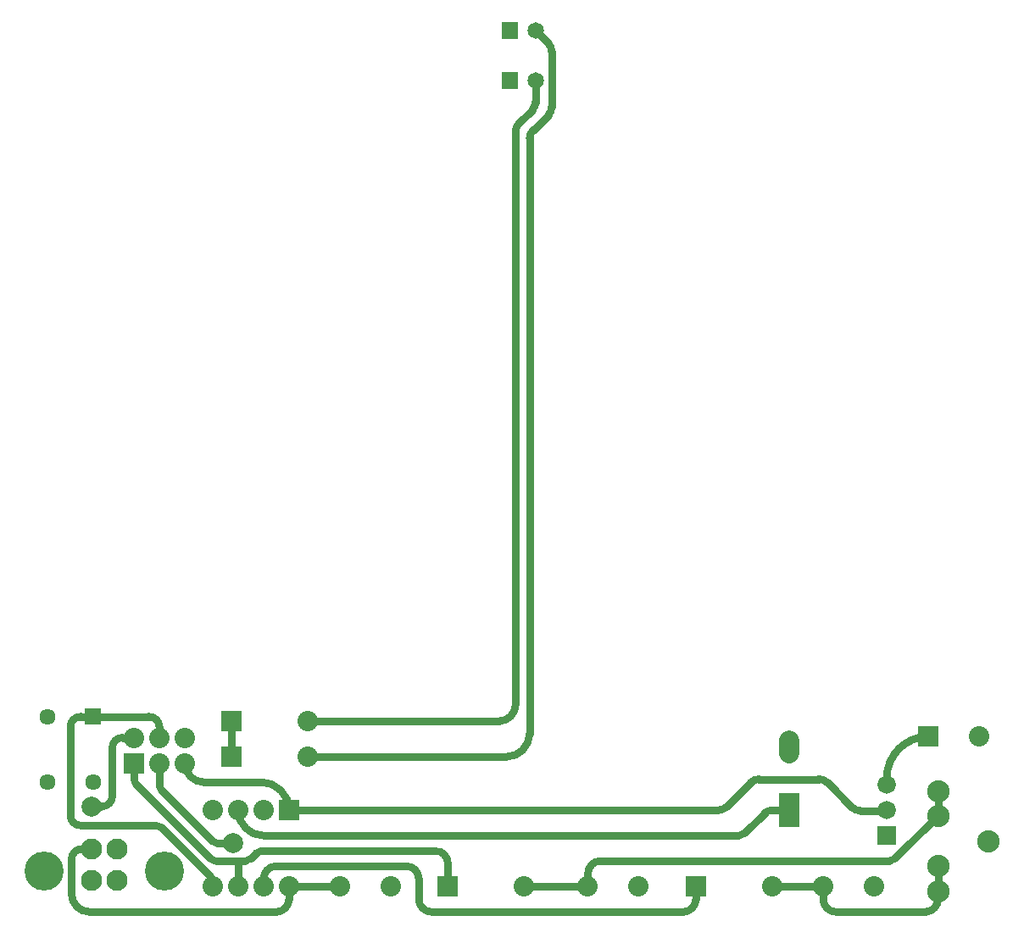
<source format=gbl>
G04 start of page 2 for group 10 layer_idx 1 *
G04 Title: (unknown), bottom_copper *
G04 Creator: pcb-rnd 3.1.4-dev *
G04 CreationDate: 2024-02-11 05:41:19 UTC *
G04 For: STEM4ukraine *
G04 Format: Gerber/RS-274X *
G04 PCB-Dimensions: 393701 393701 *
G04 PCB-Coordinate-Origin: lower left *
%MOIN*%
%FSLAX25Y25*%
%LNBOTTOM_COPPER_NONE_10*%
%ADD51C,0.0906*%
%ADD50C,0.0350*%
%ADD49C,0.0430*%
%ADD48C,0.0472*%
%ADD47C,0.0420*%
%ADD46C,0.0591*%
%ADD45C,0.0338*%
%ADD44C,0.0362*%
%ADD43C,0.0394*%
%ADD42C,0.0315*%
%ADD41C,0.1535*%
%ADD40C,0.0650*%
%ADD39C,0.0720*%
%ADD38C,0.0882*%
%ADD37C,0.0636*%
%ADD36C,0.0001*%
%ADD35C,0.0827*%
%ADD34C,0.0800*%
%ADD33C,0.0787*%
%ADD32C,0.0300*%
G54D32*X80522Y64745D02*X80489Y64712D01*
X201850Y330709D02*Y322218D01*
Y350394D02*X206950Y345294D01*
X200924Y311161D02*X206950Y317186D01*
X208268Y342112D02*Y320368D01*
X200532Y319036D02*X195413Y313916D01*
X194094Y85314D02*Y310734D01*
X167500Y16201D02*Y13701D01*
X112500Y78701D02*X187549D01*
X112500Y64701D02*X190409D01*
X167500Y22701D02*Y13701D01*
X197500D02*X222500D01*
X105000D02*X125000D01*
X222500Y18701D02*Y13701D01*
X156000Y16701D02*Y8701D01*
X260000Y3701D02*X161000D01*
X199606Y307979D02*Y73698D01*
X105000Y43701D02*X273813Y43701D01*
X295000Y13701D02*X315000D01*
X227500Y23701D02*X341000D01*
X283946Y34579D02*X292188Y42822D01*
X294291Y43701D02*X301575D01*
X329534Y43504D02*X340000D01*
X360236Y21653D02*Y11811D01*
Y51181D02*Y41338D01*
X343121Y24579D02*X360236Y41701D01*
X340000Y53701D02*Y56701D01*
X316586Y54587D02*X326352Y44822D01*
X313404Y55906D02*X289746D01*
X276995Y45019D02*X286564Y54587D01*
X320000Y3701D02*X355200D01*
X315000Y13701D02*Y8701D01*
X360236Y11801D02*X360300Y8701D01*
X265000D02*Y13701D01*
X94243Y27701D02*X162500D01*
X100000Y21701D02*X151000D01*
X95000Y33701D02*X281824Y33701D01*
X54000Y62201D02*Y53443D01*
X44000Y62201D02*Y55943D01*
X54000Y53443D02*Y54701D01*
X74121Y24579D02*X44879Y53822D01*
X80500Y64701D02*X84400D01*
X83000Y30701D02*X76743D01*
X82478Y78657D02*Y64657D01*
X71476Y54724D02*X95000D01*
X85000Y13701D02*Y23701D01*
X76243D02*X87757Y23701D01*
X89879Y24579D02*X92121Y26822D01*
X54000Y72201D02*Y76458D01*
X23011Y80496D02*X49962D01*
X39538Y72239D02*X43908D01*
X44000Y72201D02*X43554D01*
X19000Y41701D02*Y76441D01*
X35500Y68201D02*Y49201D01*
X31000Y45201D02*X27500D01*
X23000Y37701D02*X52757D01*
X23530Y28461D02*X27141D01*
X27419Y28542D02*X27500Y28461D01*
X19500Y24404D02*Y10701D01*
X74621Y31579D02*X54879Y51322D01*
X75000Y13701D02*Y15458D01*
X26500Y3701D02*X100000D01*
X105000Y8701D02*Y13701D01*
X95000D02*Y16701D01*
X74121Y17579D02*X54879Y36822D01*
X54000Y53443D02*G75*G03X54879Y51322I3000J0D01*G01*
X44000Y55943D02*G75*G03X44879Y53822I3000J0D01*G01*
X76243Y23701D02*G75*G02X74121Y24579I0J3000D01*G01*
X54879Y36822D02*G75*G03X52757Y37701I-2121J-2121D01*G01*
X64000Y62201D02*G75*G03X71476Y54724I7476J0D01*G01*
X85000Y43701D02*G75*G03X95000Y33701I10000J0D01*G01*
X76743Y30701D02*G75*G02X74621Y31579I0J3000D01*G01*
X75000Y15458D02*G75*G03X74121Y17579I-3000J0D01*G01*
X87757Y23701D02*G75*G03X89879Y24579I0J3000D01*G01*
X100000Y3701D02*G75*G03X105000Y8701I0J5000D01*G01*
X92121Y26822D02*G75*G02X94243Y27701I2121J-2121D01*G01*
X100000Y21701D02*G75*G03X95000Y16701I0J-5000D01*G01*
X105000Y43701D02*G75*G03X93976Y54724I-11024J0D01*G01*
X19000Y41701D02*G75*G03X23038Y37663I4038J0D01*G01*
X27141Y28461D02*G75*G03X27378Y28559I0J336D01*G01*
X26500Y3701D02*G75*G02X19500Y10701I0J7000D01*G01*
X23530Y28461D02*G75*G03X19492Y24423I0J-4038D01*G01*
X27378Y28559D02*G75*G02X27419Y28542I0J-57D01*G01*
X31462Y45163D02*G75*G03X35500Y49201I0J4038D01*G01*
X260000Y3701D02*G75*G03X265000Y8701I0J5000D01*G01*
X199606Y73898D02*G75*G02X190409Y64701I-9197J0D01*G01*
X187549Y78701D02*G75*G03X194100Y85301I-49J6600D01*G01*
X222500Y18701D02*G75*G02X227500Y23701I5000J0D01*G01*
X23040Y80491D02*G75*G03X19002Y76453I0J-4038D01*G01*
X23200Y80501D02*G75*G03X23211Y80496I11J11D01*G01*
X23000Y80501D02*G75*G03X23011Y80496I11J11D01*G01*
X54000Y76458D02*G75*G03X49962Y80496I-4038J0D01*G01*
X39538Y72239D02*G75*G03X35500Y68201I0J-4038D01*G01*
X43908Y72239D02*G75*G02X44000Y72201I0J-129D01*G01*
X43554Y72201D02*G75*G02X43462Y72239I0J129D01*G01*
X194100Y85301D02*G75*G02X194094Y85314I13J13D01*G01*
X206950Y345294D02*G75*G02X208268Y342112I-3182J-3182D01*G01*
Y320368D02*G75*G02X206950Y317186I-4500J0D01*G01*
X200924Y311161D02*G75*G03X199606Y307979I3182J-3182D01*G01*
X201850Y322218D02*G75*G02X200532Y319036I-4500J0D01*G01*
X194094Y310734D02*G75*G02X195413Y313916I4500J0D01*G01*
X320000Y3701D02*G75*G02X315000Y8701I0J5000D01*G01*
X292188Y42822D02*G75*G02X294310Y43701I2121J-2121D01*G01*
X281824Y33701D02*G75*G03X283946Y34579I0J3000D01*G01*
X355200Y3701D02*G75*G03X360200Y8701I0J5000D01*G01*
X341000Y23701D02*G75*G03X343121Y24579I0J3000D01*G01*
X356500Y72701D02*G75*G03X340000Y56201I0J-16500D01*G01*
X326352Y44822D02*G75*G03X329534Y43504I3182J3182D01*G01*
X313404Y55906D02*G75*G02X316586Y54587I0J-4500D01*G01*
X289746Y55906D02*G75*G03X286564Y54587I0J-4500D01*G01*
X273813Y43701D02*G75*G03X276995Y45019I0J4500D01*G01*
X167500Y22701D02*G75*G03X162500Y27701I-5000J0D01*G01*
X156000Y16701D02*G75*G03X151000Y21701I-5000J0D01*G01*
X156000Y8701D02*G75*G03X161000Y3701I5000J0D01*G01*
G54D33*X27500Y45201D03*
X83000Y30701D03*
G54D34*X85000Y43701D03*
X75000D03*
G54D35*X27378Y28559D03*
X37220D03*
G54D36*G36*
X109000Y47701D02*Y39701D01*
X101000D01*
Y47701D01*
X109000D01*
G37*
G54D34*X95000Y43701D03*
G54D36*G36*
X78500Y68701D02*X86500D01*
Y60701D01*
X78500D01*
Y68701D01*
G37*
G54D34*X112500Y64701D03*
G54D36*G36*
X31036Y83674D02*Y77318D01*
X24680D01*
Y83674D01*
X31036D01*
G37*
G54D34*X44000Y72201D03*
X54000D03*
X64000D03*
G54D36*G36*
X78500Y82701D02*X86500D01*
Y74701D01*
X78500D01*
Y82701D01*
G37*
G54D34*X112500Y78701D03*
G54D37*X10142Y80496D03*
Y54906D03*
X27858D03*
G54D36*G36*
X40000Y58201D02*Y66201D01*
X48000D01*
Y58201D01*
X40000D01*
G37*
G54D34*X54000Y62201D03*
X64000D03*
G54D38*X360236Y51181D03*
Y41338D03*
G54D39*X340000Y43701D03*
G54D38*X360236Y11811D03*
Y21653D03*
G54D36*G36*
X188600Y333959D02*X195100D01*
Y327459D01*
X188600D01*
Y333959D01*
G37*
G36*
Y353644D02*X195100D01*
Y347144D01*
X188600D01*
Y353644D01*
G37*
G54D40*X201850Y350394D03*
G54D34*X315000Y13701D03*
G54D40*X201850Y330709D03*
G54D34*X301575Y66079D02*Y71236D01*
G54D36*G36*
X297575Y37236D02*Y50436D01*
X305575D01*
Y37236D01*
X297575D01*
G37*
G54D34*X335000Y13701D03*
G54D36*G36*
X343600Y37301D02*Y30101D01*
X336400D01*
Y37301D01*
X343600D01*
G37*
G54D39*X340000Y53701D03*
G54D38*X379921Y31496D03*
G54D36*G36*
X352500Y68701D02*Y76701D01*
X360500D01*
Y68701D01*
X352500D01*
G37*
G54D34*X376500Y72701D03*
X95000Y13701D03*
X85000D03*
X75000D03*
X105000D03*
X125000D03*
X145000D03*
G54D36*G36*
X163500Y17701D02*X171500D01*
Y9701D01*
X163500D01*
Y17701D01*
G37*
G54D34*X197500Y13701D03*
G54D36*G36*
X261000Y17701D02*X269000D01*
Y9701D01*
X261000D01*
Y17701D01*
G37*
G54D34*X222500Y13701D03*
X242500D03*
X295000D03*
G54D41*X56000Y19701D03*
X8598D03*
G54D35*X27378Y15961D03*
X37220D03*
G54D42*G54D43*G54D44*G54D43*G54D45*G54D43*G54D45*G54D43*G54D46*G54D47*G54D46*G54D48*G54D49*G54D50*G54D49*G54D50*G54D47*G54D46*G54D48*G54D43*G54D48*G54D43*G54D50*G54D43*G54D50*G54D48*G54D43*G54D51*G54D44*M02*

</source>
